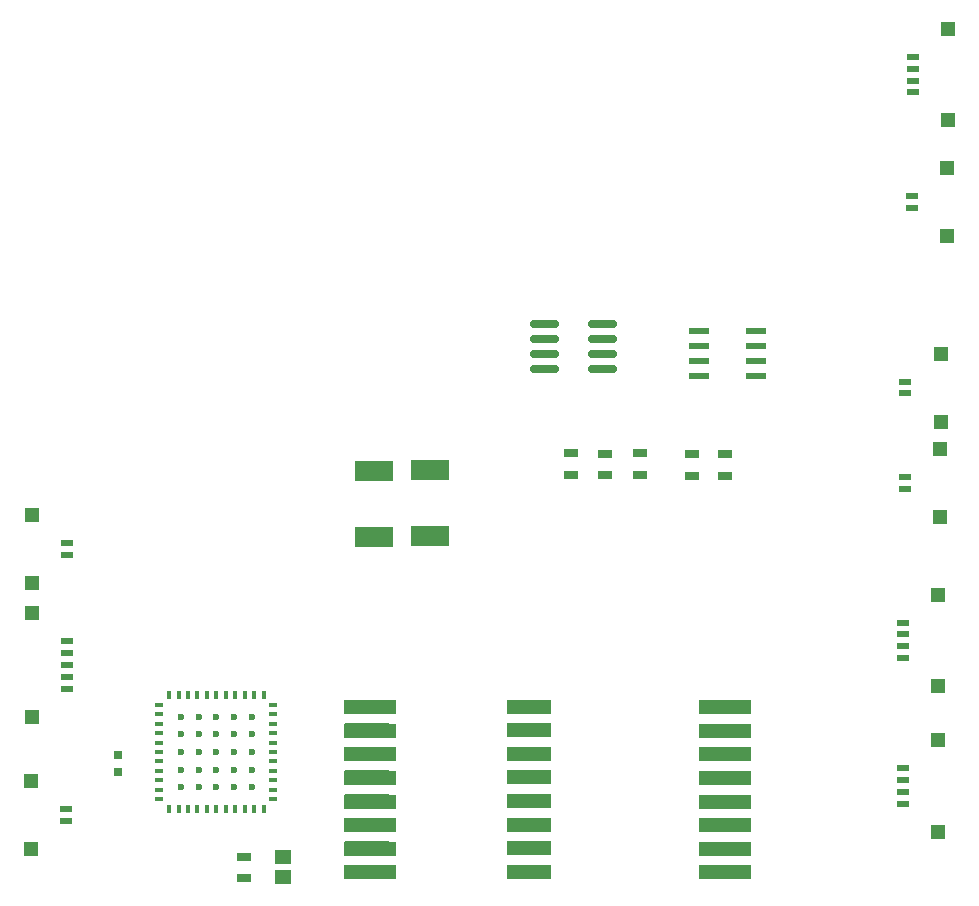
<source format=gbr>
G04 EAGLE Gerber RS-274X export*
G75*
%MOMM*%
%FSLAX34Y34*%
%LPD*%
%INSolderpaste Bottom*%
%IPPOS*%
%AMOC8*
5,1,8,0,0,1.08239X$1,22.5*%
G01*
%ADD10C,0.700000*%
%ADD11R,1.200000X0.800000*%
%ADD12R,0.700000X0.360000*%
%ADD13R,0.360000X0.700000*%
%ADD14C,0.600000*%
%ADD15R,0.800000X0.800000*%
%ADD16R,1.676400X0.508000*%
%ADD17R,1.000000X0.550000*%
%ADD18R,1.300000X1.260000*%
%ADD19R,1.470000X1.200000*%
%ADD20R,4.500000X1.300000*%
%ADD21R,3.800000X1.200000*%
%ADD22R,3.200000X1.800000*%


D10*
X495332Y517230D02*
X513332Y517230D01*
X513332Y529930D02*
X495332Y529930D01*
X495332Y542630D02*
X513332Y542630D01*
X513332Y555330D02*
X495332Y555330D01*
X544332Y517230D02*
X562332Y517230D01*
X562332Y529930D02*
X544332Y529930D01*
X544332Y542630D02*
X562332Y542630D01*
X562332Y555330D02*
X544332Y555330D01*
D11*
X555628Y445500D03*
X555628Y427500D03*
X526898Y445666D03*
X526898Y427666D03*
D12*
X177988Y152894D03*
X177988Y160894D03*
X177988Y168894D03*
X177988Y176894D03*
X177988Y184894D03*
X177988Y192894D03*
X177988Y200894D03*
X177988Y208894D03*
X177988Y216894D03*
X177988Y224894D03*
X177988Y232894D03*
D13*
X186388Y241294D03*
X194388Y241294D03*
X202388Y241294D03*
X210388Y241294D03*
X218388Y241294D03*
X226388Y241294D03*
X234488Y241294D03*
X242388Y241294D03*
X250388Y241294D03*
X258388Y241294D03*
X266388Y241294D03*
D12*
X274788Y232894D03*
X274788Y224894D03*
X274788Y216894D03*
X274788Y208894D03*
X274788Y200894D03*
X274788Y192894D03*
X274788Y184894D03*
X274788Y176894D03*
X274788Y168894D03*
X274788Y160894D03*
X274788Y152894D03*
D13*
X266388Y144494D03*
X258388Y144494D03*
X250388Y144494D03*
X242388Y144494D03*
X234388Y144494D03*
X226388Y144494D03*
X218388Y144494D03*
X210388Y144494D03*
X202388Y144494D03*
X194588Y144494D03*
X186388Y144494D03*
D14*
X196388Y162894D03*
X196388Y177894D03*
X196388Y192894D03*
X196388Y207894D03*
X196388Y222894D03*
X211388Y162894D03*
X211388Y177894D03*
X211388Y192894D03*
X211388Y207894D03*
X211388Y222894D03*
X226388Y162894D03*
X226388Y177894D03*
X226388Y192894D03*
X226388Y207894D03*
X226388Y222894D03*
X241388Y162894D03*
X241388Y177894D03*
X241388Y192894D03*
X241388Y207894D03*
X241388Y222894D03*
X256388Y162894D03*
X256388Y177894D03*
X256388Y192894D03*
X256388Y207894D03*
X256388Y222894D03*
D15*
X142976Y175626D03*
X142976Y190626D03*
D11*
X657088Y444900D03*
X657088Y426900D03*
X628762Y426900D03*
X628762Y444900D03*
D16*
X683446Y549544D03*
X683446Y536844D03*
X683446Y524144D03*
X683446Y511444D03*
X635186Y511444D03*
X635186Y524144D03*
X635186Y536844D03*
X635186Y549544D03*
D11*
X585442Y427700D03*
X585442Y445700D03*
X249800Y104400D03*
X249800Y86400D03*
D17*
X816300Y781400D03*
X816300Y771400D03*
X816300Y761400D03*
X816300Y751400D03*
D18*
X846200Y805150D03*
X846200Y727600D03*
D17*
X99400Y134500D03*
X99400Y144500D03*
D18*
X69500Y110750D03*
X69500Y168300D03*
D17*
X100000Y246500D03*
X100000Y256500D03*
X100000Y266500D03*
X100000Y276500D03*
X100000Y286500D03*
D18*
X70100Y222750D03*
X70100Y310300D03*
D17*
X100000Y360000D03*
X100000Y370000D03*
D18*
X70100Y336250D03*
X70100Y393800D03*
D17*
X815100Y663400D03*
X815100Y653400D03*
D18*
X845000Y687150D03*
X845000Y629600D03*
D17*
X807400Y302400D03*
X807400Y292400D03*
X807400Y282400D03*
X807400Y272400D03*
D18*
X837300Y326150D03*
X837300Y248600D03*
D17*
X809100Y425700D03*
X809100Y415700D03*
D18*
X839000Y449450D03*
X839000Y391900D03*
D17*
X809800Y506500D03*
X809800Y496500D03*
D18*
X839700Y530250D03*
X839700Y472700D03*
D17*
X807600Y179300D03*
X807600Y169300D03*
X807600Y159300D03*
X807600Y149300D03*
D18*
X837500Y203050D03*
X837500Y125500D03*
D19*
X282500Y86800D03*
X282500Y104000D03*
D20*
X657500Y211000D03*
X657500Y191000D03*
X657500Y171000D03*
X657500Y151000D03*
X657500Y131000D03*
X657500Y111000D03*
X657500Y91000D03*
X657500Y231000D03*
X356500Y91000D03*
X356500Y111000D03*
X356500Y131000D03*
X356500Y151000D03*
X356500Y171000D03*
X356500Y191000D03*
X356500Y211000D03*
X356500Y231000D03*
D21*
X491000Y211400D03*
X491000Y191400D03*
X491000Y171400D03*
X491000Y151400D03*
X491000Y131400D03*
X491000Y111400D03*
X491000Y91400D03*
X354000Y91400D03*
X354000Y111400D03*
X354000Y131400D03*
X354000Y151400D03*
X354000Y171400D03*
X354000Y191400D03*
X354000Y211400D03*
X354000Y231400D03*
X491000Y231400D03*
D22*
X407500Y375400D03*
X407500Y431400D03*
X359800Y374900D03*
X359800Y430900D03*
M02*

</source>
